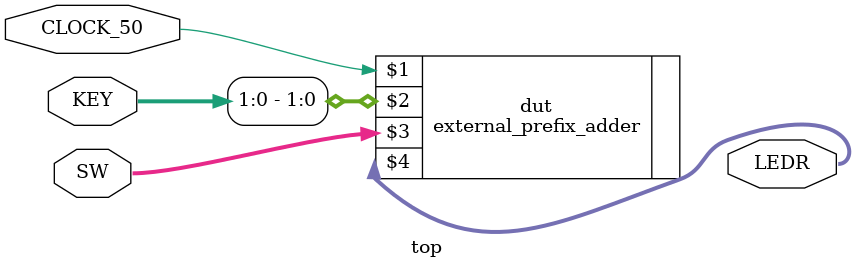
<source format=v>
module top (CLOCK_50, KEY, SW, LEDR);

    input CLOCK_50;             // DE-series 50 MHz clock signal
	 input wire [3:0] KEY;       // DE-series pushbuttons
    input wire [9:0] SW;        // DE-series switches
    
    output wire [9:0] LEDR;     // DE-series LEDs   

    external_prefix_adder dut (CLOCK_50, KEY[1:0], SW[9:0], LEDR[9:0]);

endmodule

</source>
